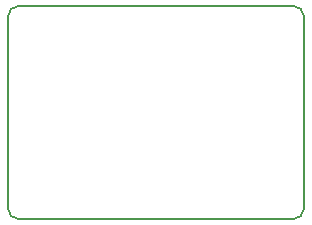
<source format=gm1>
G04 #@! TF.FileFunction,Profile,NP*
%FSLAX46Y46*%
G04 Gerber Fmt 4.6, Leading zero omitted, Abs format (unit mm)*
G04 Created by KiCad (PCBNEW 4.0.3-stable) date 09/12/16 10:31:36*
%MOMM*%
%LPD*%
G01*
G04 APERTURE LIST*
%ADD10C,0.100000*%
%ADD11C,0.150000*%
G04 APERTURE END LIST*
D10*
D11*
X75000000Y-164400000D02*
X75000000Y-148000000D01*
X74200000Y-165200000D02*
X50800000Y-165200000D01*
X50000000Y-164400000D02*
X50000000Y-148000000D01*
X74200000Y-147200000D02*
X50800000Y-147200000D01*
X50000000Y-164400000D02*
G75*
G03X50800000Y-165200000I800000J0D01*
G01*
X75000000Y-148000000D02*
G75*
G03X74200000Y-147200000I-800000J0D01*
G01*
X50800000Y-147200000D02*
G75*
G03X50000000Y-148000000I0J-800000D01*
G01*
X74200000Y-165200000D02*
G75*
G03X75000000Y-164400000I0J800000D01*
G01*
M02*

</source>
